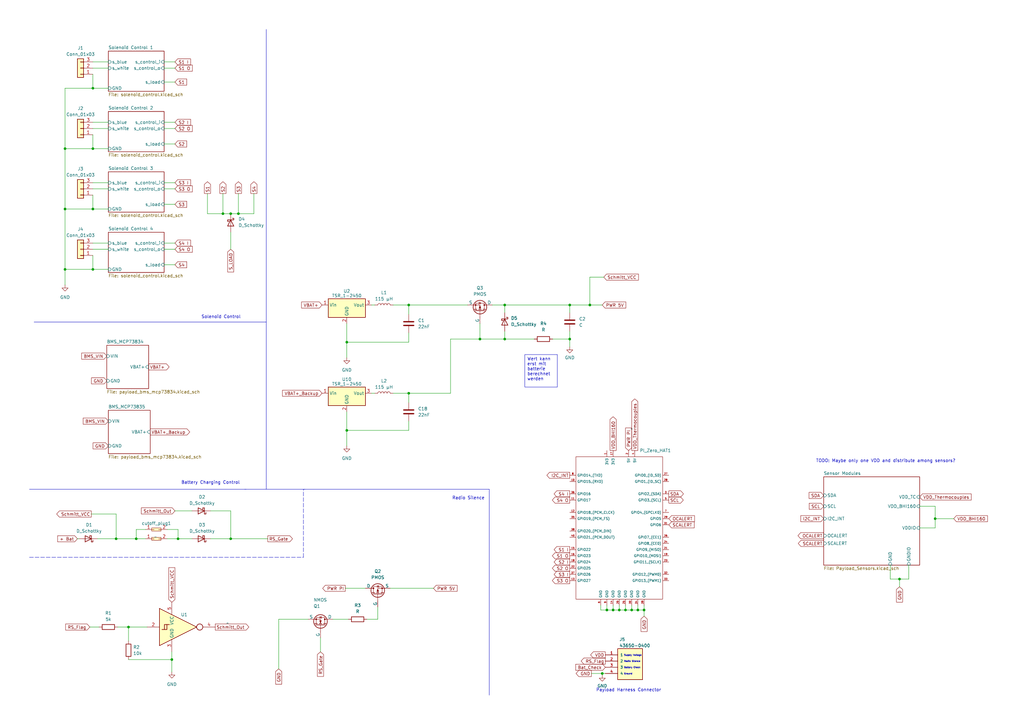
<source format=kicad_sch>
(kicad_sch (version 20230121) (generator eeschema)
  (paper "A3")
  (lib_symbols
    (symbol "43650-0400:43650-0400" (pin_names (offset 1.016))
      (property "Reference" "J" (at -5.08 6.35 0))
      (property "Value" "43650-0400" (at -5.08 -8.89 0))
      (symbol "43650-0400_0_0"
        (rectangle (start -5.08 -7.62) (end 5.08 5.08) (stroke (width 0.254)) (fill (type background)))
        (pin passive line (at -10.16 2.54 0) (length 5.08) (name "1") (number "1"))
        (pin passive line (at -10.16 0 0) (length 5.08) (name "2") (number "2"))
        (pin passive line (at -10.16 -2.54 0) (length 5.08) (name "3") (number "3"))
        (pin passive line (at -10.16 -5.08 0) (length 5.08) (name "4") (number "4"))
      )
    )
    (symbol "74xGxx:SN74LVC1G14DRL"
      (property "Reference" "U" (at -5.08 10.16 0))
      (property "Value" "SN74LVC1G14DRL" (at 20.32 10.16 0))
      (symbol "SN74LVC1G14DRL_0_1"
        (polyline (pts (xy -2.032 1.016) (xy -1.016 1.016)) (stroke (width 0.254)) (fill (type background)))
        (polyline (pts (xy -5.08 7.62) (xy -5.08 -7.62) (xy 10.16 0) (xy -5.08 7.62)) (stroke (width 0.254)) (fill (type background)))
        (polyline (pts (xy -3.048 -1.016) (xy -3.048 1.016) (xy -2.032 1.016) (xy -2.032 -1.016) (xy -4.064 -1.016)) (stroke (width 0.254)) (fill (type background)))
        (circle (center 11.43 0) (radius 1.27) (stroke (width 0.254)))
      )
      (symbol "SN74LVC1G14DRL_1_1"
        (pin no_connect line (at 10.16 0 180) (length 5.08) hide (name "NC") (number "1"))
        (pin input line (at -10.16 0 0) (length 5.08) (name "~") (number "2"))
        (pin power_in line (at 0 -10.16 90) (length 5.08) (name "GND") (number "3"))
        (pin output line (at 17.78 0 180) (length 5.08) (name "~") (number "4"))
        (pin power_in line (at 0 10.16 270) (length 5.08) (name "VCC") (number "5"))
      )
    )
    (symbol "Connector_Generic:Conn_01x03" (pin_names (offset 1.016) hide)
      (property "Reference" "J" (at 0 5.08 0))
      (property "Value" "Conn_01x03" (at 0 -5.08 0))
      (symbol "Conn_01x03_1_1"
        (rectangle (start -1.27 -2.413) (end 0 -2.667) (stroke (width 0.1524)))
        (rectangle (start -1.27 0.127) (end 0 -0.127) (stroke (width 0.1524)))
        (rectangle (start -1.27 2.667) (end 0 2.413) (stroke (width 0.1524)))
        (rectangle (start -1.27 3.81) (end 1.27 -3.81) (stroke (width 0.254)) (fill (type background)))
        (pin passive line (at -5.08 2.54 0) (length 3.81) (name "Pin_1") (number "1"))
        (pin passive line (at -5.08 0 0) (length 3.81) (name "Pin_2") (number "2"))
        (pin passive line (at -5.08 -2.54 0) (length 3.81) (name "Pin_3") (number "3"))
      )
    )
    (symbol "Device:C" (pin_numbers hide) (pin_names (offset 0.254))
      (property "Reference" "C" (at 0.635 2.54 0))
      (property "Value" "C" (at 0.635 -2.54 0))
      (symbol "C_0_1"
        (polyline (pts (xy -2.032 -0.762) (xy 2.032 -0.762)) (stroke (width 0.508)))
        (polyline (pts (xy -2.032 0.762) (xy 2.032 0.762)) (stroke (width 0.508)))
      )
      (symbol "C_1_1"
        (pin passive line (at 0 3.81 270) (length 2.794) (name "~") (number "1"))
        (pin passive line (at 0 -3.81 90) (length 2.794) (name "~") (number "2"))
      )
    )
    (symbol "Device:D_Schottky" (pin_numbers hide) (pin_names (offset 1.016) hide)
      (property "Reference" "D" (at 0 2.54 0))
      (property "Value" "D_Schottky" (at 0 -2.54 0))
      (symbol "D_Schottky_0_1"
        (polyline (pts (xy 1.27 0) (xy -1.27 0)))
        (polyline (pts (xy 1.27 1.27) (xy 1.27 -1.27) (xy -1.27 0) (xy 1.27 1.27)) (stroke (width 0.254)))
        (polyline (pts (xy -1.905 0.635) (xy -1.905 1.27) (xy -1.27 1.27) (xy -1.27 -1.27) (xy -0.635 -1.27) (xy -0.635 -0.635)) (stroke (width 0.254)))
      )
      (symbol "D_Schottky_1_1"
        (pin passive line (at -3.81 0 0) (length 2.54) (name "K") (number "1"))
        (pin passive line (at 3.81 0 180) (length 2.54) (name "A") (number "2"))
      )
    )
    (symbol "Device:L" (pin_numbers hide) (pin_names (offset 1.016) hide)
      (property "Reference" "L" (at -1.27 0 90))
      (property "Value" "L" (at 1.905 0 90))
      (symbol "L_0_1"
        (arc (start 0 -2.54) (mid 0.6323 -1.905) (end 0 -1.27))
        (arc (start 0 -1.27) (mid 0.6323 -0.635) (end 0 0))
        (arc (start 0 0) (mid 0.6323 0.635) (end 0 1.27))
        (arc (start 0 1.27) (mid 0.6323 1.905) (end 0 2.54))
      )
      (symbol "L_1_1"
        (pin passive line (at 0 3.81 270) (length 1.27) (name "1") (number "1"))
        (pin passive line (at 0 -3.81 90) (length 1.27) (name "2") (number "2"))
      )
    )
    (symbol "Device:R" (pin_numbers hide) (pin_names (offset 0))
      (property "Reference" "R" (at 2.032 0 90))
      (property "Value" "R" (at 0 0 90))
      (symbol "R_0_1"
        (rectangle (start -1.016 -2.54) (end 1.016 2.54) (stroke (width 0.254)))
      )
      (symbol "R_1_1"
        (pin passive line (at 0 3.81 270) (length 1.27) (name "~") (number "1"))
        (pin passive line (at 0 -3.81 90) (length 1.27) (name "~") (number "2"))
      )
    )
    (symbol "M8_2Pin_Connector_1"
      (property "Reference" "cutoff_plug" (at -0.635 5.08 0))
      (symbol "M8_2Pin_Connector_1_1_1"
        (rectangle (start -1.905 -1.905) (end -0.889 -2.0066) (stroke (width 0.0508)))
        (rectangle (start -1.905 -1.27) (end 1.905 -2.54) (fill (type background)))
        (rectangle (start -1.905 1.905) (end -0.889 1.8034) (stroke (width 0.0508)))
        (rectangle (start -1.905 2.54) (end 1.905 1.27) (fill (type background)))
        (rectangle (start 0.889 -1.905) (end 1.905 -2.0066) (stroke (width 0.0508)))
        (rectangle (start 0.889 1.905) (end 1.905 1.8034) (stroke (width 0.0508)))
        (pin bidirectional line (at -4.445 -1.905 0) (length 2.54) (name "") (number "1"))
        (pin bidirectional line (at -4.445 1.905 0) (length 2.54) (name "") (number "1"))
        (pin bidirectional line (at 4.445 -1.905 180) (length 2.54) (name "") (number "2"))
        (pin bidirectional line (at 4.445 1.905 180) (length 2.54) (name "") (number "2"))
      )
    )
    (symbol "Private:Raspberry_Pi_Zero_HAT"
      (property "Reference" "PI_Zero_HAT" (at -11.43 45.72 0))
      (symbol "Raspberry_Pi_Zero_HAT_0_1"
        (rectangle (start -17.78 25.4) (end 17.78 -33.02))
      )
      (symbol "Raspberry_Pi_Zero_HAT_1_1"
        (pin power_in line (at -5.08 27.94 270) (length 2.54) (name "3V3") (number "1"))
        (pin bidirectional line (at -20.32 15.24 0) (length 2.54) (name "GPIO15_(RXD)") (number "10"))
        (pin bidirectional line (at -20.32 7.62 0) (length 2.54) (name "GPIO17") (number "11"))
        (pin bidirectional line (at -20.32 2.54 0) (length 2.54) (name "GPIO18_(PCM_CLCK)") (number "12"))
        (pin bidirectional line (at -20.32 -25.4 0) (length 2.54) (name "GPIO27") (number "13"))
        (pin power_in line (at -2.54 -35.56 90) (length 2.54) (name "GND") (number "14"))
        (pin bidirectional line (at -20.32 -12.7 0) (length 2.54) (name "GPIO22") (number "15"))
        (pin bidirectional line (at -20.32 -15.24 0) (length 2.54) (name "GPIO23") (number "16"))
        (pin power_in line (at -2.54 27.94 270) (length 2.54) (name "3V3") (number "17"))
        (pin bidirectional line (at -20.32 -17.78 0) (length 2.54) (name "GPIO24") (number "18"))
        (pin bidirectional line (at 20.32 -15.24 180) (length 2.54) (name "GPIO10_(MOSI)") (number "19"))
        (pin power_in line (at 3.81 27.94 270) (length 2.54) (name "5V") (number "2"))
        (pin power_in line (at 0 -35.56 90) (length 2.54) (name "GND") (number "20"))
        (pin bidirectional line (at 20.32 -12.7 180) (length 2.54) (name "GPIO9_(MISO)") (number "21"))
        (pin bidirectional line (at -20.32 -20.32 0) (length 2.54) (name "GPIO25") (number "22"))
        (pin bidirectional line (at 20.32 -17.78 180) (length 2.54) (name "GPIO11_(SCLK)") (number "23"))
        (pin bidirectional line (at 20.32 -10.16 180) (length 2.54) (name "GPIO8_(CE0)") (number "24"))
        (pin power_in line (at 2.54 -35.56 90) (length 2.54) (name "GND") (number "25"))
        (pin bidirectional line (at 20.32 -7.62 180) (length 2.54) (name "GPIO7_(CE1)") (number "26"))
        (pin bidirectional line (at 20.32 17.78 180) (length 2.54) (name "GPIO0_(ID_SD)") (number "27"))
        (pin bidirectional line (at 20.32 15.24 180) (length 2.54) (name "GPIO1_(ID_SC)") (number "28"))
        (pin bidirectional line (at 20.32 0 180) (length 2.54) (name "GPIO5") (number "29"))
        (pin bidirectional line (at 20.32 10.16 180) (length 2.54) (name "GPIO2_(SDA)") (number "3"))
        (pin power_in line (at 5.08 -35.56 90) (length 2.54) (name "GND") (number "30"))
        (pin bidirectional line (at 20.32 -2.54 180) (length 2.54) (name "GPIO6") (number "31"))
        (pin bidirectional line (at 20.32 -22.86 180) (length 2.54) (name "GPIO12_(PWM0)") (number "32"))
        (pin bidirectional line (at 20.32 -25.4 180) (length 2.54) (name "GPIO13_(PWM1)") (number "33"))
        (pin power_in line (at 7.62 -35.56 90) (length 2.54) (name "GND") (number "34"))
        (pin bidirectional line (at -20.32 0 0) (length 2.54) (name "GPIO19_(PCM_FS)") (number "35"))
        (pin bidirectional line (at -20.32 10.16 0) (length 2.54) (name "GPIO16") (number "36"))
        (pin bidirectional line (at -20.32 -22.86 0) (length 2.54) (name "GPIO26") (number "37"))
        (pin bidirectional line (at -20.32 -5.08 0) (length 2.54) (name "GPIO20_(PCM_DIN)") (number "38"))
        (pin power_in line (at 10.16 -35.56 90) (length 2.54) (name "GND") (number "39"))
        (pin power_in line (at 6.35 27.94 270) (length 2.54) (name "5V") (number "4"))
        (pin bidirectional line (at -20.32 -7.62 0) (length 2.54) (name "GPIO21_(PCM_DOUT)") (number "40"))
        (pin bidirectional line (at 20.32 7.62 180) (length 2.54) (name "GPIO3_(SCL)") (number "5"))
        (pin power_in line (at -7.62 -35.56 90) (length 2.54) (name "GND") (number "6"))
        (pin bidirectional line (at 20.32 2.54 180) (length 2.54) (name "GPIO4_(GPCLK0)") (number "7"))
        (pin bidirectional line (at -20.32 17.78 0) (length 2.54) (name "GPIO14_(TXD)") (number "8"))
        (pin power_in line (at -5.08 -35.56 90) (length 2.54) (name "GND") (number "9"))
      )
    )
    (symbol "Regulator_Switching:TSR_1-2450"
      (property "Reference" "U" (at -7.62 6.35 0))
      (property "Value" "TSR_1-2450" (at -1.27 6.35 0))
      (symbol "TSR_1-2450_0_1"
        (rectangle (start -7.62 5.08) (end 7.62 -2.54) (stroke (width 0.254)) (fill (type background)))
      )
      (symbol "TSR_1-2450_1_1"
        (pin power_in line (at -10.16 2.54 0) (length 2.54) (name "Vin") (number "1"))
        (pin power_in line (at 0 -5.08 90) (length 2.54) (name "GND") (number "2"))
        (pin power_out line (at 10.16 2.54 180) (length 2.54) (name "Vout") (number "3"))
      )
    )
    (symbol "Simulation_SPICE:NMOS" (pin_numbers hide) (pin_names (offset 0))
      (property "Reference" "Q" (at 5.08 1.27 0))
      (property "Value" "NMOS" (at 5.08 -1.27 0))
      (symbol "NMOS_0_1"
        (polyline (pts (xy 0.254 0) (xy -2.54 0)))
        (polyline (pts (xy 0.254 1.905) (xy 0.254 -1.905)) (stroke (width 0.254)))
        (polyline (pts (xy 0.762 -1.27) (xy 0.762 -2.286)) (stroke (width 0.254)))
        (polyline (pts (xy 0.762 0.508) (xy 0.762 -0.508)) (stroke (width 0.254)))
        (polyline (pts (xy 0.762 2.286) (xy 0.762 1.27)) (stroke (width 0.254)))
        (polyline (pts (xy 2.54 2.54) (xy 2.54 1.778)))
        (polyline (pts (xy 2.54 -2.54) (xy 2.54 0) (xy 0.762 0)))
        (polyline (pts (xy 0.762 -1.778) (xy 3.302 -1.778) (xy 3.302 1.778) (xy 0.762 1.778)))
        (polyline (pts (xy 1.016 0) (xy 2.032 0.381) (xy 2.032 -0.381) (xy 1.016 0)) (fill (type outline)))
        (polyline (pts (xy 2.794 0.508) (xy 2.921 0.381) (xy 3.683 0.381) (xy 3.81 0.254)))
        (polyline (pts (xy 3.302 0.381) (xy 2.921 -0.254) (xy 3.683 -0.254) (xy 3.302 0.381)))
        (circle (center 1.651 0) (radius 2.794) (stroke (width 0.254)))
        (circle (center 2.54 -1.778) (radius 0.254) (fill (type outline)))
        (circle (center 2.54 1.778) (radius 0.254) (fill (type outline)))
      )
      (symbol "NMOS_1_1"
        (pin passive line (at 2.54 5.08 270) (length 2.54) (name "D") (number "1"))
        (pin input line (at -5.08 0 0) (length 2.54) (name "G") (number "2"))
        (pin passive line (at 2.54 -5.08 90) (length 2.54) (name "S") (number "3"))
      )
    )
    (symbol "Simulation_SPICE:PMOS" (pin_numbers hide) (pin_names (offset 0))
      (property "Reference" "Q" (at 5.08 1.27 0))
      (property "Value" "PMOS" (at 5.08 -1.27 0))
      (symbol "PMOS_0_1"
        (polyline (pts (xy 0.254 0) (xy -2.54 0)))
        (polyline (pts (xy 0.254 1.905) (xy 0.254 -1.905)) (stroke (width 0.254)))
        (polyline (pts (xy 0.762 -1.27) (xy 0.762 -2.286)) (stroke (width 0.254)))
        (polyline (pts (xy 0.762 0.508) (xy 0.762 -0.508)) (stroke (width 0.254)))
        (polyline (pts (xy 0.762 2.286) (xy 0.762 1.27)) (stroke (width 0.254)))
        (polyline (pts (xy 2.54 2.54) (xy 2.54 1.778)))
        (polyline (pts (xy 2.54 -2.54) (xy 2.54 0) (xy 0.762 0)))
        (polyline (pts (xy 0.762 1.778) (xy 3.302 1.778) (xy 3.302 -1.778) (xy 0.762 -1.778)))
        (polyline (pts (xy 2.286 0) (xy 1.27 0.381) (xy 1.27 -0.381) (xy 2.286 0)) (fill (type outline)))
        (polyline (pts (xy 2.794 -0.508) (xy 2.921 -0.381) (xy 3.683 -0.381) (xy 3.81 -0.254)))
        (polyline (pts (xy 3.302 -0.381) (xy 2.921 0.254) (xy 3.683 0.254) (xy 3.302 -0.381)))
        (circle (center 1.651 0) (radius 2.794) (stroke (width 0.254)))
        (circle (center 2.54 -1.778) (radius 0.254) (fill (type outline)))
        (circle (center 2.54 1.778) (radius 0.254) (fill (type outline)))
      )
      (symbol "PMOS_1_1"
        (pin passive line (at 2.54 5.08 270) (length 2.54) (name "D") (number "1"))
        (pin input line (at -5.08 0 0) (length 2.54) (name "G") (number "2"))
        (pin passive line (at 2.54 -5.08 90) (length 2.54) (name "S") (number "3"))
      )
    )
    (symbol "power:GND" (power) (pin_names (offset 0))
      (property "Value" "GND" (at 0 -3.81 0))
      (symbol "GND_0_1"
        (polyline (pts (xy 0 0) (xy 0 -1.27) (xy 1.27 -1.27) (xy 0 -2.54) (xy -1.27 -1.27) (xy 0 -1.27)))
      )
      (symbol "GND_1_1"
        (pin power_in line (at 0 0 270) (length 0) hide (name "GND") (number "1"))
      )
    )
  )
  (junction (at 26.67 60.96))
  (junction (at 38.1 110.49))
  (junction (at 94.615 87.63))
  (junction (at 254 250.19))
  (junction (at 73.025 220.98))
  (junction (at 52.705 257.175))
  (junction (at 248.92 250.19))
  (junction (at 38.1 60.96))
  (junction (at 233.68 139.065))
  (junction (at 47.625 220.98))
  (junction (at 383.54 212.725))
  (junction (at 261.62 250.19))
  (junction (at 241.935 125.095))
  (junction (at 38.1 36.195))
  (junction (at 247.015 276.225))
  (junction (at 207.01 139.065))
  (junction (at 167.64 125.095))
  (junction (at 368.935 237.49))
  (junction (at 97.79 87.63))
  (junction (at 251.46 250.19))
  (junction (at 167.64 161.29))
  (junction (at 142.24 176.53))
  (junction (at 142.24 140.335))
  (junction (at 26.67 85.725))
  (junction (at 26.67 110.49))
  (junction (at 207.01 125.095))
  (junction (at 264.16 250.19))
  (junction (at 91.44 87.63))
  (junction (at 233.68 125.095))
  (junction (at 196.85 139.065))
  (junction (at 256.54 250.19))
  (junction (at 38.1 85.725))
  (junction (at 55.88 220.98))
  (junction (at 94.615 220.98))
  (junction (at 259.08 250.19))
  (junction (at 70.485 270.51))
  (wire (pts (xy 68.58 220.98) (xy 73.025 220.98)))
  (wire (pts (xy 38.1 110.49) (xy 26.67 110.49)))
  (polyline (pts (xy 12.065 228.6) (xy 124.46 228.6)) (stroke (width 0) (type dash)))
  (wire (pts (xy 142.24 168.91) (xy 142.24 176.53)))
  (wire (pts (xy 264.16 250.19) (xy 264.16 252.73)))
  (wire (pts (xy 241.935 113.665) (xy 247.65 113.665)))
  (wire (pts (xy 44.45 110.49) (xy 38.1 110.49)))
  (wire (pts (xy 242.57 276.225) (xy 247.015 276.225)))
  (wire (pts (xy 142.24 176.53) (xy 142.24 182.88)))
  (wire (pts (xy 167.64 136.525) (xy 167.64 140.335)))
  (wire (pts (xy 67.31 83.82) (xy 71.755 83.82)))
  (wire (pts (xy 219.075 139.065) (xy 207.01 139.065)))
  (wire (pts (xy 38.1 104.775) (xy 38.1 110.49)))
  (wire (pts (xy 161.29 161.29) (xy 167.64 161.29)))
  (wire (pts (xy 131.445 261.62) (xy 131.445 267.335)))
  (wire (pts (xy 207.01 125.095) (xy 207.01 128.27)))
  (wire (pts (xy 391.16 212.725) (xy 383.54 212.725)))
  (wire (pts (xy 91.44 87.63) (xy 85.09 87.63)))
  (wire (pts (xy 67.31 52.705) (xy 71.755 52.705)))
  (wire (pts (xy 38.1 27.94) (xy 44.45 27.94)))
  (polyline (pts (xy 124.46 228.6) (xy 124.46 200.66)) (stroke (width 0) (type dash)))
  (wire (pts (xy 94.615 209.55) (xy 94.615 220.98)))
  (wire (pts (xy 251.46 250.19) (xy 254 250.19)))
  (wire (pts (xy 254 250.19) (xy 256.54 250.19)))
  (wire (pts (xy 233.68 135.89) (xy 233.68 139.065)))
  (wire (pts (xy 233.68 125.095) (xy 241.935 125.095)))
  (wire (pts (xy 251.46 248.285) (xy 251.46 250.19)))
  (wire (pts (xy 26.67 110.49) (xy 26.67 116.84)))
  (wire (pts (xy 36.83 257.175) (xy 40.64 257.175)))
  (wire (pts (xy 160.02 241.3) (xy 177.8 241.3)))
  (wire (pts (xy 167.64 172.72) (xy 167.64 176.53)))
  (wire (pts (xy 67.31 59.055) (xy 71.755 59.055)))
  (wire (pts (xy 47.625 220.98) (xy 55.88 220.98)))
  (wire (pts (xy 247.015 276.225) (xy 248.285 276.225)))
  (wire (pts (xy 114.3 254) (xy 126.365 254)))
  (wire (pts (xy 184.785 161.29) (xy 167.64 161.29)))
  (wire (pts (xy 365.125 237.49) (xy 368.935 237.49)))
  (wire (pts (xy 207.01 139.065) (xy 196.85 139.065)))
  (wire (pts (xy 383.54 212.725) (xy 383.54 207.645)))
  (wire (pts (xy 259.08 250.19) (xy 261.62 250.19)))
  (wire (pts (xy 261.62 248.285) (xy 261.62 250.19)))
  (wire (pts (xy 86.36 209.55) (xy 94.615 209.55)))
  (polyline (pts (xy 100.965 200.66) (xy 100.33 200.66)))
  (wire (pts (xy 38.1 36.195) (xy 26.67 36.195)))
  (wire (pts (xy 52.705 270.51) (xy 70.485 270.51)))
  (wire (pts (xy 368.935 237.49) (xy 372.745 237.49)))
  (wire (pts (xy 67.31 99.695) (xy 71.755 99.695)))
  (wire (pts (xy 383.54 207.645) (xy 377.19 207.645)))
  (wire (pts (xy 71.755 209.55) (xy 78.74 209.55)))
  (wire (pts (xy 377.19 216.535) (xy 383.54 216.535)))
  (wire (pts (xy 142.875 254) (xy 136.525 254)))
  (wire (pts (xy 47.625 220.98) (xy 47.625 210.82)))
  (wire (pts (xy 142.24 140.335) (xy 142.24 146.685)))
  (wire (pts (xy 154.94 248.92) (xy 154.94 254)))
  (wire (pts (xy 372.745 231.775) (xy 372.745 237.49)))
  (wire (pts (xy 152.4 161.29) (xy 153.67 161.29)))
  (wire (pts (xy 38.1 102.235) (xy 44.45 102.235)))
  (wire (pts (xy 67.31 50.165) (xy 71.755 50.165)))
  (wire (pts (xy 52.705 257.175) (xy 52.705 262.89)))
  (wire (pts (xy 233.68 125.095) (xy 233.68 128.27)))
  (polyline (pts (xy 109.22 12.065) (xy 109.22 132.08)))
  (wire (pts (xy 196.85 132.715) (xy 196.85 139.065)))
  (polyline (pts (xy 200.66 200.66) (xy 200.66 285.115)))
  (wire (pts (xy 246.38 250.19) (xy 248.92 250.19)))
  (wire (pts (xy 368.935 237.49) (xy 368.935 240.665)))
  (wire (pts (xy 38.1 52.705) (xy 44.45 52.705)))
  (wire (pts (xy 85.09 79.375) (xy 85.09 87.63)))
  (wire (pts (xy 201.93 125.095) (xy 207.01 125.095)))
  (wire (pts (xy 264.16 248.285) (xy 264.16 250.19)))
  (wire (pts (xy 94.615 220.98) (xy 109.855 220.98)))
  (wire (pts (xy 184.785 139.065) (xy 184.785 161.29)))
  (wire (pts (xy 86.36 220.98) (xy 94.615 220.98)))
  (wire (pts (xy 67.31 77.47) (xy 71.755 77.47)))
  (wire (pts (xy 142.24 176.53) (xy 167.64 176.53)))
  (wire (pts (xy 167.64 161.29) (xy 167.64 165.1)))
  (wire (pts (xy 233.68 139.065) (xy 233.68 142.24)))
  (wire (pts (xy 67.31 25.4) (xy 71.755 25.4)))
  (wire (pts (xy 161.29 125.095) (xy 167.64 125.095)))
  (wire (pts (xy 38.1 85.725) (xy 26.67 85.725)))
  (wire (pts (xy 26.67 85.725) (xy 26.67 110.49)))
  (polyline (pts (xy 12.065 200.66) (xy 200.66 200.66)))
  (wire (pts (xy 26.67 36.195) (xy 26.67 60.96)))
  (wire (pts (xy 241.935 125.095) (xy 241.935 113.665)))
  (wire (pts (xy 67.31 33.655) (xy 71.755 33.655)))
  (wire (pts (xy 142.24 132.715) (xy 142.24 140.335)))
  (wire (pts (xy 67.31 74.93) (xy 71.755 74.93)))
  (wire (pts (xy 55.88 217.17) (xy 55.88 220.98)))
  (wire (pts (xy 167.64 125.095) (xy 167.64 128.905)))
  (wire (pts (xy 38.1 77.47) (xy 44.45 77.47)))
  (wire (pts (xy 154.94 254) (xy 150.495 254)))
  (wire (pts (xy 226.695 139.065) (xy 233.68 139.065)))
  (wire (pts (xy 256.54 248.285) (xy 256.54 250.19)))
  (wire (pts (xy 248.92 250.19) (xy 251.46 250.19)))
  (wire (pts (xy 59.69 217.17) (xy 55.88 217.17)))
  (wire (pts (xy 142.24 140.335) (xy 167.64 140.335)))
  (wire (pts (xy 94.615 87.63) (xy 91.44 87.63)))
  (wire (pts (xy 97.79 79.375) (xy 97.79 87.63)))
  (wire (pts (xy 247.015 276.86) (xy 247.015 276.225)))
  (wire (pts (xy 256.54 250.19) (xy 259.08 250.19)))
  (wire (pts (xy 97.79 87.63) (xy 104.14 87.63)))
  (wire (pts (xy 38.1 60.96) (xy 44.45 60.96)))
  (wire (pts (xy 38.1 50.165) (xy 44.45 50.165)))
  (wire (pts (xy 26.67 60.96) (xy 26.67 85.725)))
  (wire (pts (xy 94.615 87.63) (xy 97.79 87.63)))
  (wire (pts (xy 184.785 139.065) (xy 196.85 139.065)))
  (wire (pts (xy 73.025 217.17) (xy 73.025 220.98)))
  (wire (pts (xy 55.88 220.98) (xy 59.69 220.98)))
  (wire (pts (xy 38.1 30.48) (xy 38.1 36.195)))
  (wire (pts (xy 67.31 108.585) (xy 71.755 108.585)))
  (wire (pts (xy 70.485 270.51) (xy 70.485 275.59)))
  (wire (pts (xy 254 248.285) (xy 254 250.19)))
  (wire (pts (xy 73.025 220.98) (xy 78.74 220.98)))
  (wire (pts (xy 152.4 125.095) (xy 153.67 125.095)))
  (wire (pts (xy 67.31 27.94) (xy 71.755 27.94)))
  (wire (pts (xy 141.605 241.3) (xy 149.86 241.3)))
  (wire (pts (xy 246.38 248.285) (xy 246.38 250.19)))
  (wire (pts (xy 207.01 125.095) (xy 233.68 125.095)))
  (wire (pts (xy 31.75 220.98) (xy 32.385 220.98)))
  (wire (pts (xy 67.31 102.235) (xy 71.755 102.235)))
  (wire (pts (xy 38.1 99.695) (xy 44.45 99.695)))
  (wire (pts (xy 259.08 248.285) (xy 259.08 250.19)))
  (wire (pts (xy 52.705 257.175) (xy 48.26 257.175)))
  (wire (pts (xy 264.16 250.19) (xy 261.62 250.19)))
  (wire (pts (xy 60.325 257.175) (xy 52.705 257.175)))
  (wire (pts (xy 365.125 231.775) (xy 365.125 237.49)))
  (wire (pts (xy 38.1 60.96) (xy 26.67 60.96)))
  (wire (pts (xy 38.1 74.93) (xy 44.45 74.93)))
  (wire (pts (xy 94.615 95.25) (xy 94.615 102.235)))
  (wire (pts (xy 91.44 79.375) (xy 91.44 87.63)))
  (wire (pts (xy 70.485 267.335) (xy 70.485 270.51)))
  (wire (pts (xy 207.01 135.89) (xy 207.01 139.065)))
  (wire (pts (xy 38.1 36.195) (xy 44.45 36.195)))
  (wire (pts (xy 38.1 55.245) (xy 38.1 60.96)))
  (wire (pts (xy 40.005 220.98) (xy 47.625 220.98)))
  (wire (pts (xy 241.935 125.095) (xy 247.015 125.095)))
  (polyline (pts (xy 13.97 132.08) (xy 109.22 132.08)))
  (wire (pts (xy 38.1 80.01) (xy 38.1 85.725)))
  (wire (pts (xy 383.54 216.535) (xy 383.54 212.725)))
  (wire (pts (xy 104.14 79.375) (xy 104.14 87.63)))
  (wire (pts (xy 167.64 125.095) (xy 191.77 125.095)))
  (wire (pts (xy 37.465 210.82) (xy 47.625 210.82)))
  (wire (pts (xy 114.3 274.32) (xy 114.3 254)))
  (wire (pts (xy 248.92 248.285) (xy 248.92 250.19)))
  (wire (pts (xy 44.45 85.725) (xy 38.1 85.725)))
  (wire (pts (xy 68.58 217.17) (xy 73.025 217.17)))
  (polyline (pts (xy 124.46 200.66) (xy 125.095 200.66)))
  (polyline (pts (xy 109.22 132.08) (xy 109.22 200.66)))
  (wire (pts (xy 38.1 25.4) (xy 44.45 25.4)))
  (text_box "Wert kann erst mit batterie berechnet werden\n" (at 215.265 145.415 0) (size 13.335 13.335) (effects (font (size 1.27 1.27)) (justify left top)))
  (text "TODO: Maybe only one VDD and distribute among sensors?\n" (at 334.645 189.865 0) (effects (font (size 1.27 1.27)) (justify left bottom)))
  (text "Battery Check" (at 255.905 274.32 0) (effects (font (size 0.635 0.635)) (justify left bottom)))
  (text "Radio Silence" (at 255.905 271.78 0) (effects (font (size 0.635 0.635)) (justify left bottom)))
  (text "Battery Charging Control\n" (at 74.295 198.755 0) (effects (font (size 1.27 1.27)) (justify left bottom)))
  (text "Payload Harness Connector\n" (at 244.475 283.845 0) (effects (font (size 1.27 1.27)) (justify left bottom)))
  (text "Solenoid Control" (at 82.55 130.81 0) (effects (font (size 1.27 1.27)) (justify left bottom)))
  (text "Radio Silence\n" (at 185.42 205.105 0) (effects (font (size 1.27 1.27)) (justify left bottom)))
  (text "Ground" (at 255.905 276.86 0) (effects (font (size 0.635 0.635)) (justify left bottom)))
  (text "Supply Voltage" (at 255.905 269.24 0) (effects (font (size 0.635 0.635)) (justify left bottom)))
  (global_label "S2 I" (shape output) (at 233.68 230.505 180) (property "Intersheetrefs" "${INTERSHEET_REFS}" (effects hide)))
  (global_label "S1 I" (shape input) (at 71.755 25.4 0) (property "Intersheetrefs" "${INTERSHEET_REFS}" (effects hide)))
  (global_label "Schmitt_Out" (shape input) (at 71.755 209.55 180) (property "Intersheetrefs" "${INTERSHEET_REFS}" (effects hide)))
  (global_label "GND" (shape input) (at 44.45 182.88 180) (property "Intersheetrefs" "${INTERSHEET_REFS}" (effects hide)))
  (global_label "SCALERT" (shape input) (at 274.32 215.265 0) (property "Intersheetrefs" "${INTERSHEET_REFS}" (effects hide)))
  (global_label "S1 O" (shape output) (at 233.68 227.965 180) (property "Intersheetrefs" "${INTERSHEET_REFS}" (effects hide)))
  (global_label "I2C_INT" (shape output) (at 233.68 194.945 180) (property "Intersheetrefs" "${INTERSHEET_REFS}" (effects hide)))
  (global_label "PWR 5V" (shape input) (at 247.015 125.095 0) (property "Intersheetrefs" "${INTERSHEET_REFS}" (effects hide)))
  (global_label "S3 I" (shape output) (at 233.68 235.585 180) (property "Intersheetrefs" "${INTERSHEET_REFS}" (effects hide)))
  (global_label "SCL" (shape input) (at 337.82 207.645 180) (property "Intersheetrefs" "${INTERSHEET_REFS}" (effects hide)))
  (global_label "Schmitt_VCC" (shape output) (at 37.465 210.82 180) (property "Intersheetrefs" "${INTERSHEET_REFS}" (effects hide)))
  (global_label "SDA" (shape input) (at 337.82 203.2 180) (property "Intersheetrefs" "${INTERSHEET_REFS}" (effects hide)))
  (global_label "VDD_Thermocouples" (shape output) (at 260.35 184.785 90) (property "Intersheetrefs" "${INTERSHEET_REFS}" (effects hide)))
  (global_label "S2" (shape input) (at 71.755 59.055 0) (property "Intersheetrefs" "${INTERSHEET_REFS}" (effects hide)))
  (global_label "GND" (shape input) (at 43.815 156.21 180) (property "Intersheetrefs" "${INTERSHEET_REFS}" (effects hide)))
  (global_label "GND" (shape input) (at 368.935 240.665 270) (property "Intersheetrefs" "${INTERSHEET_REFS}" (effects hide)))
  (global_label "S3 O" (shape output) (at 233.68 238.125 180) (property "Intersheetrefs" "${INTERSHEET_REFS}" (effects hide)))
  (global_label "GND" (shape input) (at 264.16 252.73 270) (property "Intersheetrefs" "${INTERSHEET_REFS}" (effects hide)))
  (global_label "SDA" (shape output) (at 274.32 202.565 0) (property "Intersheetrefs" "${INTERSHEET_REFS}" (effects hide)))
  (global_label "S2 O" (shape output) (at 233.68 233.045 180) (property "Intersheetrefs" "${INTERSHEET_REFS}" (effects hide)))
  (global_label "VBAT+" (shape input) (at 132.08 125.095 180) (property "Intersheetrefs" "${INTERSHEET_REFS}" (effects hide)))
  (global_label "SCL" (shape output) (at 274.32 205.105 0) (property "Intersheetrefs" "${INTERSHEET_REFS}" (effects hide)))
  (global_label "S1" (shape input) (at 71.755 33.655 0) (property "Intersheetrefs" "${INTERSHEET_REFS}" (effects hide)))
  (global_label "VBAT+" (shape output) (at 60.96 150.495 0) (property "Intersheetrefs" "${INTERSHEET_REFS}" (effects hide)))
  (global_label "VBAT+_Backup" (shape output) (at 61.595 177.165 0) (property "Intersheetrefs" "${INTERSHEET_REFS}" (effects hide)))
  (global_label "Schmitt_VCC" (shape input) (at 247.65 113.665 0) (property "Intersheetrefs" "${INTERSHEET_REFS}" (effects hide)))
  (global_label "VDD_Thermocouples" (shape input) (at 377.19 203.835 0) (property "Intersheetrefs" "${INTERSHEET_REFS}" (effects hide)))
  (global_label "S_LOAD" (shape input) (at 94.615 102.235 270) (property "Intersheetrefs" "${INTERSHEET_REFS}" (effects hide)))
  (global_label "VDD" (shape output) (at 248.285 268.605 180) (property "Intersheetrefs" "${INTERSHEET_REFS}" (effects hide)))
  (global_label "VDD_BHI160" (shape output) (at 251.46 184.785 90) (property "Intersheetrefs" "${INTERSHEET_REFS}" (effects hide)))
  (global_label "BMS_VIN" (shape input) (at 43.815 146.05 180) (property "Intersheetrefs" "${INTERSHEET_REFS}" (effects hide)))
  (global_label "S4 O" (shape output) (at 233.68 205.105 180) (property "Intersheetrefs" "${INTERSHEET_REFS}" (effects hide)))
  (global_label "GND" (shape output) (at 242.57 276.225 180) (property "Intersheetrefs" "${INTERSHEET_REFS}" (effects hide)))
  (global_label "PWR PI" (shape output) (at 141.605 241.3 180) (property "Intersheetrefs" "${INTERSHEET_REFS}" (effects hide)))
  (global_label "PWR 5V" (shape input) (at 177.8 241.3 0) (property "Intersheetrefs" "${INTERSHEET_REFS}" (effects hide)))
  (global_label "S1 I" (shape output) (at 233.68 225.425 180) (property "Intersheetrefs" "${INTERSHEET_REFS}" (effects hide)))
  (global_label "Schmitt_VCC" (shape input) (at 70.485 247.015 90) (property "Intersheetrefs" "${INTERSHEET_REFS}" (effects hide)))
  (global_label "GND" (shape input) (at 114.3 274.32 270) (property "Intersheetrefs" "${INTERSHEET_REFS}" (effects hide)))
  (global_label "S3" (shape input) (at 71.755 83.82 0) (property "Intersheetrefs" "${INTERSHEET_REFS}" (effects hide)))
  (global_label "OCALERT" (shape output) (at 337.82 219.71 180) (property "Intersheetrefs" "${INTERSHEET_REFS}" (effects hide)))
  (global_label "S4 O" (shape input) (at 71.755 102.235 0) (property "Intersheetrefs" "${INTERSHEET_REFS}" (effects hide)))
  (global_label "S4" (shape output) (at 104.14 79.375 90) (property "Intersheetrefs" "${INTERSHEET_REFS}" (effects hide)))
  (global_label "RS_Flag" (shape output) (at 248.285 271.145 180) (property "Intersheetrefs" "${INTERSHEET_REFS}" (effects hide)))
  (global_label "I2C_INT" (shape input) (at 337.82 212.725 180) (property "Intersheetrefs" "${INTERSHEET_REFS}" (effects hide)))
  (global_label "RS_Gate" (shape input) (at 131.445 267.335 270) (property "Intersheetrefs" "${INTERSHEET_REFS}" (effects hide)))
  (global_label "S1 O" (shape input) (at 71.755 27.94 0) (property "Intersheetrefs" "${INTERSHEET_REFS}" (effects hide)))
  (global_label "S4" (shape input) (at 71.755 108.585 0) (property "Intersheetrefs" "${INTERSHEET_REFS}" (effects hide)))
  (global_label "BMS_VIN" (shape input) (at 44.45 172.72 180) (property "Intersheetrefs" "${INTERSHEET_REFS}" (effects hide)))
  (global_label "S4 I" (shape input) (at 71.755 99.695 0) (property "Intersheetrefs" "${INTERSHEET_REFS}" (effects hide)))
  (global_label "PWR PI" (shape input) (at 257.81 184.785 90) (property "Intersheetrefs" "${INTERSHEET_REFS}" (effects hide)))
  (global_label "S3 O" (shape input) (at 71.755 77.47 0) (property "Intersheetrefs" "${INTERSHEET_REFS}" (effects hide)))
  (global_label "S2 I" (shape input) (at 71.755 50.165 0) (property "Intersheetrefs" "${INTERSHEET_REFS}" (effects hide)))
  (global_label "Bat_Check" (shape input) (at 248.285 273.685 180) (property "Intersheetrefs" "${INTERSHEET_REFS}" (effects hide)))
  (global_label "RS_Flag" (shape input) (at 36.83 257.175 180) (property "Intersheetrefs" "${INTERSHEET_REFS}" (effects hide)))
  (global_label "S3 I" (shape input) (at 71.755 74.93 0) (property "Intersheetrefs" "${INTERSHEET_REFS}" (effects hide)))
  (global_label "S4 I" (shape output) (at 233.68 202.565 180) (property "Intersheetrefs" "${INTERSHEET_REFS}" (effects hide)))
  (global_label "S3" (shape output) (at 97.79 79.375 90) (property "Intersheetrefs" "${INTERSHEET_REFS}" (effects hide)))
  (global_label "+ Bat" (shape input) (at 31.75 220.98 180) (property "Intersheetrefs" "${INTERSHEET_REFS}" (effects hide)))
  (global_label "OCALERT" (shape input) (at 274.32 212.725 0) (property "Intersheetrefs" "${INTERSHEET_REFS}" (effects hide)))
  (global_label "RS_Gate" (shape output) (at 109.855 220.98 0) (property "Intersheetrefs" "${INTERSHEET_REFS}" (effects hide)))
  (global_label "Schmitt_Out" (shape output) (at 88.265 257.175 0) (property "Intersheetrefs" "${INTERSHEET_REFS}" (effects hide)))
  (global_label "S2 O" (shape input) (at 71.755 52.705 0) (property "Intersheetrefs" "${INTERSHEET_REFS}" (effects hide)))
  (global_label "VBAT+_Backup" (shape input) (at 132.08 161.29 180) (property "Intersheetrefs" "${INTERSHEET_REFS}" (effects hide)))
  (global_label "S1" (shape output) (at 85.09 79.375 90) (property "Intersheetrefs" "${INTERSHEET_REFS}" (effects hide)))
  (global_label "S2" (shape output) (at 91.44 79.375 90) (property "Intersheetrefs" "${INTERSHEET_REFS}" (effects hide)))
  (global_label "SCALERT" (shape output) (at 337.82 222.885 180) (property "Intersheetrefs" "${INTERSHEET_REFS}" (effects hide)))
  (global_label "VDD_BHI160" (shape input) (at 391.16 212.725 0) (property "Intersheetrefs" "${INTERSHEET_REFS}" (effects hide)))
  (symbol (lib_id "Connector_Generic:Conn_01x03") (at 33.02 27.94 180) (unit 1)
    (property "Reference" "J1" (at 33.02 19.685 0))
    (property "Value" "Conn_01x03" (at 33.02 22.225 0))
  )
  (symbol (lib_id "Simulation_SPICE:NMOS") (at 131.445 256.54 270) (mirror x) (unit 1)
    (property "Reference" "Q1" (at 128.5875 248.6025 90) (effects (justify left)))
    (property "Value" "NMOS" (at 128.5875 246.0625 90) (effects (justify left)))
    (property "Datasheet" "https://ngspice.sourceforge.io/docs/ngspice-manual.pdf" (effects hide))
    (property "Sim.Device" "NMOS" (effects hide))
    (property "Sim.Type" "VDMOS" (effects hide))
    (property "Sim.Pins" "1=D 2=G 3=S" (effects hide))
  )
  (symbol (lib_id "74xGxx:SN74LVC1G14DRL") (at 70.485 257.175 0) (unit 1)
    (property "Reference" "U1" (at 75.565 252.095 0))
    (property "Value" "~" (at 93.345 255.5241 0))
    (property "Footprint" "Package_TO_SOT_SMD:SOT-553" (effects hide))
    (property "Datasheet" "http://www.ti.com/lit/ds/symlink/sn74lvc1g14.pdf" (effects hide))
  )
  (symbol (lib_id "Regulator_Switching:TSR_1-2450") (at 142.24 163.83 0) (unit 1)
    (property "Reference" "U10" (at 142.24 155.575 0))
    (property "Value" "TSR_1-2450" (at 142.24 157.48 0))
    (property "Footprint" "Converter_DCDC:Converter_DCDC_TRACO_TSR-1_THT" (effects hide))
    (property "Datasheet" "http://www.tracopower.com/products/tsr1.pdf" (effects hide))
  )
  (symbol (lib_id "Device:C") (at 167.64 168.91 0) (unit 1)
    (property "Reference" "C18" (at 171.45 167.64 0) (effects (justify left)))
    (property "Value" "22nF" (at 171.45 170.18 0) (effects (justify left)))
  )
  (symbol (lib_id "power:GND") (at 142.24 182.88 0) (unit 1)
    (property "Reference" "#PWR04" (effects hide))
    (property "Value" "GND" (at 142.24 187.96 0))
  )
  (symbol (lib_id "Device:R") (at 44.45 257.175 90) (unit 1)
    (property "Reference" "R1" (at 44.45 251.46 90))
    (property "Value" "5k" (at 44.45 254 90))
  )
  (symbol (lib_id "Device:D_Schottky") (at 82.55 220.98 180) (unit 1)
    (property "Reference" "D3" (at 82.8675 215.265 0))
    (property "Value" "D_Schottky" (at 82.8675 217.805 0))
  )
  (symbol (lib_id "Device:D_Schottky") (at 94.615 91.44 270) (unit 1)
    (property "Reference" "D4" (at 97.79 89.8525 90) (effects (justify left)))
    (property "Value" "D_Schottky" (at 97.79 92.3925 90) (effects (justify left)))
  )
  (symbol (lib_id "Device:D_Schottky") (at 36.195 220.98 180) (unit 1)
    (property "Reference" "D1" (at 36.5125 215.265 0))
    (property "Value" "D_Schottky" (at 36.5125 217.805 0))
  )
  (symbol (lib_id "power:GND") (at 26.67 116.84 0) (unit 1)
    (property "Reference" "#PWR01" (effects hide))
    (property "Value" "GND" (at 26.67 121.92 0))
  )
  (symbol (lib_id "power:GND") (at 70.485 275.59 0) (unit 1)
    (property "Reference" "#PWR02" (effects hide))
    (property "Value" "GND" (at 70.485 280.67 0))
  )
  (symbol (lib_id "Device:C") (at 233.68 132.08 0) (unit 1)
    (property "Reference" "C2" (at 237.49 130.81 0) (effects (justify left)))
    (property "Value" "C" (at 237.49 133.35 0) (effects (justify left)))
  )
  (symbol (lib_id "Device:D_Schottky") (at 207.01 132.08 270) (unit 1)
    (property "Reference" "D5" (at 209.55 130.4925 90) (effects (justify left)))
    (property "Value" "D_Schottky" (at 209.55 133.0325 90) (effects (justify left)))
  )
  (symbol (lib_id "Device:R") (at 222.885 139.065 90) (unit 1)
    (property "Reference" "R4" (at 222.885 132.715 90))
    (property "Value" "R" (at 222.885 135.255 90))
  )
  (symbol (lib_id "Simulation_SPICE:PMOS") (at 154.94 243.84 90) (unit 1)
    (property "Reference" "Q2" (at 154.94 234.315 90))
    (property "Value" "PMOS" (at 154.94 236.855 90))
    (property "Datasheet" "https://ngspice.sourceforge.io/docs/ngspice-manual.pdf" (effects hide))
    (property "Sim.Device" "PMOS" (effects hide))
    (property "Sim.Type" "VDMOS" (effects hide))
    (property "Sim.Pins" "1=D 2=G 3=S" (effects hide))
  )
  (symbol (lib_id "Connector_Generic:Conn_01x03") (at 33.02 77.47 180) (unit 1)
    (property "Reference" "J3" (at 33.02 69.215 0))
    (property "Value" "Conn_01x03" (at 33.02 71.755 0))
  )
  (symbol (lib_id "power:GND") (at 247.015 276.86 0) (unit 1)
    (property "Reference" "#PWR03" (effects hide))
    (property "Value" "GND" (at 247.015 281.305 0))
  )
  (symbol (lib_id "43650-0400:43650-0400") (at 258.445 271.145 0) (unit 1)
    (property "Reference" "J5" (at 254 262.255 0) (effects (justify left)))
    (property "Value" "43650-0400" (at 254 264.795 0) (effects (justify left)))
    (property "Footprint" "43650-0400:MOLEX_43650-0400" (effects hide))
    (property "MF" "Molex" (effects hide))
    (property "MAXIMUM_PACKAGE_HEIGHT" "5.57 mm" (effects hide))
    (property "Package" "None" (effects hide))
    (property "Price" "None" (effects hide))
    (property "Check_prices" "https://www.snapeda.com/parts/43650-0400/Molex/view-part/?ref=eda" (effects hide))
    (property "STANDARD" "Manufacturer Recommendations" (effects hide))
    (property "PARTREV" "D7" (effects hide))
    (property "SnapEDA_Link" "https://www.snapeda.com/parts/43650-0400/Molex/view-part/?ref=snap" (effects hide))
    (property "MP" "43650-0400" (effects hide))
    (property "Description" "\nConn; Rect; Header; 4 Cir; PCB; MicroFit 3.0; Rt Angle; Single; SMT; w/Peg; Tin | Molex Incorporated 43650-0400\n" (effects hide))
    (property "Availability" "In Stock" (effects hide))
    (property "MANUFACTURER" "Molex" (effects hide))
  )
  (symbol (lib_id "Simulation_SPICE:PMOS") (at 196.85 127.635 270) (mirror x) (unit 1)
    (property "Reference" "Q3" (at 196.85 118.11 90))
    (property "Value" "PMOS" (at 196.85 120.65 90))
    (property "Datasheet" "https://ngspice.sourceforge.io/docs/ngspice-manual.pdf" (effects hide))
    (property "Sim.Device" "PMOS" (effects hide))
    (property "Sim.Type" "VDMOS" (effects hide))
    (property "Sim.Pins" "1=D 2=G 3=S" (effects hide))
  )
  (symbol (lib_id "Connector_Generic:Conn_01x03") (at 33.02 52.705 180) (unit 1)
    (property "Reference" "J2" (at 33.02 44.45 0))
    (property "Value" "Conn_01x03" (at 33.02 46.99 0))
  )
  (symbol (lib_id "Device:L") (at 157.48 125.095 90) (unit 1)
    (property "Reference" "L1" (at 157.48 120.015 90))
    (property "Value" "115 µH" (at 157.48 122.555 90))
  )
  (symbol (lib_id "Connector_Generic:Conn_01x03") (at 33.02 102.235 180) (unit 1)
    (property "Reference" "J4" (at 33.02 93.98 0))
    (property "Value" "Conn_01x03" (at 33.02 96.52 0))
  )
  (symbol (lib_id "Device:R") (at 52.705 266.7 0) (unit 1)
    (property "Reference" "R2" (at 54.61 265.43 0) (effects (justify left)))
    (property "Value" "10k" (at 54.61 267.97 0) (effects (justify left)))
  )
  (symbol (lib_id "Device:L") (at 157.48 161.29 90) (unit 1)
    (property "Reference" "L2" (at 157.48 156.21 90))
    (property "Value" "115 µH" (at 157.48 158.75 90))
  )
  (symbol (lib_id "power:GND") (at 233.68 142.24 0) (unit 1)
    (property "Reference" "#PWR06" (effects hide))
    (property "Value" "GND" (at 233.68 146.685 0))
  )
  (symbol (lib_id "Device:C") (at 167.64 132.715 0) (unit 1)
    (property "Reference" "C1" (at 171.45 131.445 0) (effects (justify left)))
    (property "Value" "22nF" (at 171.45 133.985 0) (effects (justify left)))
  )
  (symbol (lib_id "power:GND") (at 142.24 146.685 0) (unit 1)
    (property "Reference" "#PWR05" (effects hide))
    (property "Value" "GND" (at 142.24 151.765 0))
  )
  (symbol (lib_id "Regulator_Switching:TSR_1-2450") (at 142.24 127.635 0) (unit 1)
    (property "Reference" "U2" (at 142.24 119.38 0))
    (property "Value" "TSR_1-2450" (at 142.24 121.285 0))
    (property "Footprint" "Converter_DCDC:Converter_DCDC_TRACO_TSR-1_THT" (effects hide))
    (property "Datasheet" "http://www.tracopower.com/products/tsr1.pdf" (effects hide))
  )
  (symbol (lib_id "Device:D_Schottky") (at 82.55 209.55 180) (unit 1)
    (property "Reference" "D2" (at 82.8675 203.835 0))
    (property "Value" "D_Schottky" (at 82.8675 206.375 0))
  )
  (symbol (lib_id "Private:Raspberry_Pi_Zero_HAT") (at 254 212.725 0) (unit 1)
    (property "Reference" "PI_Zero_HAT1" (at 262.3584 184.785 0) (effects (justify left)))
    (property "Value" "~" (at 259.08 175.895 0))
  )
  (symbol (lib_id "Device:R") (at 146.685 254 270) (unit 1)
    (property "Reference" "R3" (at 146.685 248.285 90))
    (property "Value" "R" (at 146.685 250.825 90))
  )
  (symbol (lib_name "M8_2Pin_Connector_1") (lib_id "Private:M8_2Pin_Connector") (at 64.135 219.075 0) (unit 1)
    (property "Reference" "cutoff_plug1" (at 64.135 214.63 0))
    (property "Value" "~" (at 63.8048 220.2434 0))
  )
  (sheet (at 44.45 168.275) (size 17.145 17.78) (stroke (width 0.1524))
    (property "Sheetname" "BMS_MCP73835" (at 44.45 167.5634 0) (effects (justify left bottom)))
    (property "Sheetfile" "payload_bms_mcp73834.kicad_sch" (at 44.45 186.6396 0) (effects (justify left top)))
    (pin "GND" input (at 44.45 182.88 180))
    (pin "VIN" input (at 44.45 172.72 180))
    (pin "VBAT+" input (at 61.595 177.165 0))
  )
  (sheet (at 44.45 45.72) (size 22.86 16.51) (stroke (width 0.1524))
    (property "Sheetname" "Solenoid Control 2" (at 44.45 45.0084 0) (effects (justify left bottom)))
    (property "Sheetfile" "solenoid_control.kicad_sch" (at 44.45 62.8146 0) (effects (justify left top)))
    (pin "s_load" input (at 67.31 59.055 0))
    (pin "s_control_i" input (at 67.31 50.165 0))
    (pin "s_control_o" input (at 67.31 52.705 0))
    (pin "s_white" input (at 44.45 52.705 180))
    (pin "s_blue" input (at 44.45 50.165 180))
    (pin "GND" input (at 44.45 60.96 180))
  )
  (sheet (at 44.45 70.485) (size 22.86 16.51) (stroke (width 0.1524))
    (property "Sheetname" "Solenoid Control 3" (at 44.45 69.7734 0) (effects (justify left bottom)))
    (property "Sheetfile" "solenoid_control.kicad_sch" (at 44.45 87.5796 0) (effects (justify left top)))
    (pin "s_load" input (at 67.31 83.82 0))
    (pin "s_control_i" input (at 67.31 74.93 0))
    (pin "s_control_o" input (at 67.31 77.47 0))
    (pin "s_white" input (at 44.45 77.47 180))
    (pin "s_blue" input (at 44.45 74.93 180))
    (pin "GND" input (at 44.45 85.725 180))
  )
  (sheet (at 43.815 141.605) (size 17.145 17.78) (stroke (width 0.1524))
    (property "Sheetname" "BMS_MCP73834" (at 43.815 140.8934 0) (effects (justify left bottom)))
    (property "Sheetfile" "payload_bms_mcp73834.kicad_sch" (at 43.815 159.9696 0) (effects (justify left top)))
    (pin "GND" input (at 43.815 156.21 180))
    (pin "VIN" input (at 43.815 146.05 180))
    (pin "VBAT+" input (at 60.96 150.495 0))
  )
  (sheet (at 44.45 95.25) (size 22.86 16.51) (stroke (width 0.1524))
    (property "Sheetname" "Solenoid Control 4" (at 44.45 94.5384 0) (effects (justify left bottom)))
    (property "Sheetfile" "solenoid_control.kicad_sch" (at 44.45 112.3446 0) (effects (justify left top)))
    (pin "s_load" input (at 67.31 108.585 0))
    (pin "s_control_i" input (at 67.31 99.695 0))
    (pin "s_control_o" input (at 67.31 102.235 0))
    (pin "s_white" input (at 44.45 102.235 180))
    (pin "s_blue" input (at 44.45 99.695 180))
    (pin "GND" input (at 44.45 110.49 180))
  )
  (sheet (at 44.45 20.955) (size 22.86 16.51) (stroke (width 0.1524))
    (property "Sheetname" "Solenoid Control 1" (at 44.45 20.2434 0) (effects (justify left bottom)))
    (property "Sheetfile" "solenoid_control.kicad_sch" (at 44.45 38.0496 0) (effects (justify left top)))
    (pin "s_load" input (at 67.31 33.655 0))
    (pin "s_control_i" input (at 67.31 25.4 0))
    (pin "s_control_o" input (at 67.31 27.94 0))
    (pin "s_white" input (at 44.45 27.94 180))
    (pin "s_blue" input (at 44.45 25.4 180))
    (pin "GND" input (at 44.45 36.195 180))
  )
  (sheet (at 337.82 195.58) (size 39.37 36.195) (stroke (width 0.1524))
    (property "Sheetname" "Sensor Modules" (at 337.82 194.8684 0) (effects (justify left bottom)))
    (property "Sheetfile" "Payload_Sensors.kicad_sch" (at 337.82 232.3596 0) (effects (justify left top)))
    (pin "GNDIO" input (at 372.745 231.775 270))
    (pin "SDA" input (at 337.82 203.2 180))
    (pin "VDDIO" input (at 377.19 216.535 0))
    (pin "OCALERT" input (at 337.82 219.71 180))
    (pin "SCALERT" input (at 337.82 222.885 180))
    (pin "SCL" input (at 337.82 207.645 180))
    (pin "VDD_TC" input (at 377.19 203.835 0))
    (pin "GND" input (at 365.125 231.775 270))
    (pin "VDD_BHI160" input (at 377.19 207.645 0))
    (pin "I2C_INT" input (at 337.82 212.725 180))
  )
)
</source>
